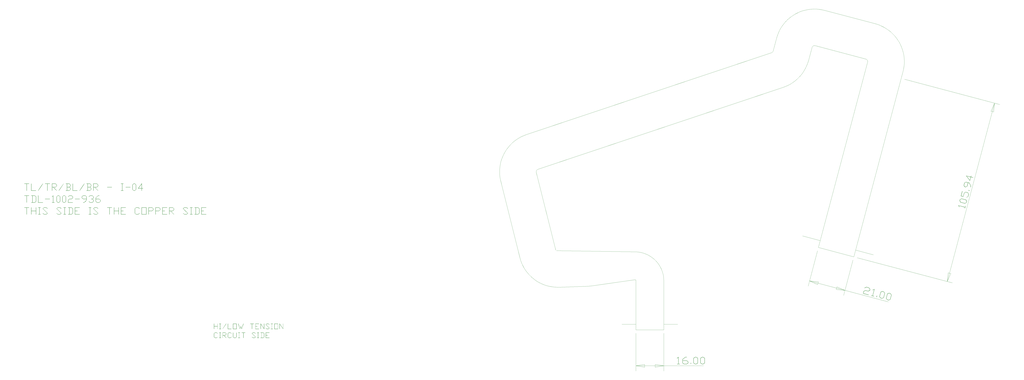
<source format=gbr>
G04 AutoGERB 2.0 for AutoCAD 14*
G04 RS274-X Output *
%FSLAX34Y34*%
%MOMM*%
%ADD12C,0.005000*%
%ADD13C,0.007000*%
G54D13*X-1961900Y1410871D02*X-1974644Y1410871D01*X-1974644Y1371731*X-1975524Y1371731*X-1975524Y1410871*X-1988269Y1410871*X-1988269Y1411731*X-1961900Y1411731*X-1961900Y1410871*G54D13*X-1922330Y1371328D02*X-1949128Y1371328D01*X-1949128Y1411301*X-1948241Y1411301*X-1948241Y1372181*X-1922330Y1372181*X-1922330Y1371328*G54D13*X-1882357Y1411083D02*X-1908753Y1371540D01*X-1909504Y1371963*X-1883135Y1411513*X-1882357Y1411083*G54D13*X-1843189Y1410871D02*X-1855934Y1410871D01*X-1855934Y1371731*X-1856814Y1371731*X-1856814Y1410871*X-1869558Y1410871*X-1869558Y1411731*X-1843189Y1411731*X-1843189Y1410871*G54D13*X-1803162Y1397936D02*X-1810032Y1391073D01*X-1822347Y1391073*X-1803299Y1372079*X-1803940Y1371438*X-1823548Y1391073*X-1829531Y1391073*X-1829531Y1371731*X-1830418Y1371731*X-1830418Y1411731*X-1810032Y1411731*X-1803162Y1404861*X-1803162Y1397936*G54D13*X-1804049Y1398284D02*X-1804049Y1404540D01*X-1810380Y1410865*X-1829531Y1410865*X-1829531Y1391953*X-1810380Y1391953*X-1804049Y1398284*G54D13*X-1763646Y1411083D02*X-1790043Y1371540D01*X-1790793Y1371963*X-1764424Y1411513*X-1763646Y1411083*G54D13*X-1724022Y1378165D02*X-1730892Y1371328D01*X-1750848Y1371328*X-1750848Y1372181*X-1744680Y1372181*X-1744680Y1410871*X-1750848Y1410871*X-1750848Y1411731*X-1730892Y1411731*X-1724022Y1404861*X-1724022Y1397936*X-1730462Y1391530*X-1724022Y1385089*X-1724022Y1378165*G54D13*X-1724909Y1398284D02*X-1724909Y1404540D01*X-1731240Y1410865*X-1743820Y1410865*X-1743820Y1391953*X-1731240Y1391953*X-1724909Y1398284*G54D13*X-1724909Y1378485D02*X-1724909Y1384769D01*X-1731240Y1391073*X-1743820Y1391073*X-1743820Y1372181*X-1731240Y1372181*X-1724909Y1378485*G54D13*X-1684909Y1371328D02*X-1711707Y1371328D01*X-1711707Y1411301*X-1710820Y1411301*X-1710820Y1372181*X-1684909Y1372181*X-1684909Y1371328*G54D13*X-1644936Y1411083D02*X-1671332Y1371540D01*X-1672082Y1371963*X-1645714Y1411513*X-1644936Y1411083*G54D13*X-1605311Y1378165D02*X-1612181Y1371328D01*X-1632137Y1371328*X-1632137Y1372181*X-1625970Y1372181*X-1625970Y1410871*X-1632137Y1410871*X-1632137Y1411731*X-1612181Y1411731*X-1605311Y1404861*X-1605311Y1397936*X-1611752Y1391530*X-1605311Y1385089*X-1605311Y1378165*G54D13*X-1606198Y1398284D02*X-1606198Y1404540D01*X-1612529Y1410865*X-1625110Y1410865*X-1625110Y1391953*X-1612529Y1391953*X-1606198Y1398284*G54D13*X-1606198Y1378485D02*X-1606198Y1384769D01*X-1612529Y1391073*X-1625110Y1391073*X-1625110Y1372181*X-1612529Y1372181*X-1606198Y1378485*G54D13*X-1565741Y1397936D02*X-1572611Y1391073D01*X-1584926Y1391073*X-1565877Y1372079*X-1566519Y1371438*X-1586126Y1391073*X-1592110Y1391073*X-1592110Y1371731*X-1592997Y1371731*X-1592997Y1411731*X-1572611Y1411731*X-1565741Y1404861*X-1565741Y1397936*G54D13*X-1566628Y1398284D02*X-1566628Y1404540D01*X-1572959Y1410865*X-1592110Y1410865*X-1592110Y1391953*X-1572959Y1391953*X-1566628Y1398284*G54D13*X-1487058Y1391073D02*X-1513426Y1391073D01*X-1513426Y1391960*X-1487058Y1391960*X-1487058Y1391073*G54D13*X-1421091Y1371328D02*X-1434286Y1371328D01*X-1434286Y1372181*X-1428119Y1372181*X-1428119Y1410871*X-1434286Y1410871*X-1434286Y1411731*X-1421091Y1411731*X-1421091Y1410871*X-1427259Y1410871*X-1427259Y1372181*X-1421091Y1372181*X-1421091Y1371328*G54D13*X-1381521Y1391073D02*X-1407890Y1391073D01*X-1407890Y1391960*X-1381521Y1391960*X-1381521Y1391073*G54D13*X-1348091Y1378165D02*X-1354962Y1371328D01*X-1361879Y1371328*X-1368750Y1378165*X-1368750Y1404861*X-1361879Y1411731*X-1354962Y1411731*X-1348091Y1404861*X-1348091Y1378165*G54D13*X-1348978Y1378485D02*X-1348978Y1404540D01*X-1355282Y1410865*X-1361559Y1410865*X-1367863Y1404540*X-1367863Y1378485*X-1361559Y1372181*X-1355282Y1372181*X-1348978Y1378485*G54D13*X-1308951Y1384496D02*X-1315091Y1384496D01*X-1315091Y1371731*X-1315978Y1371731*X-1315978Y1384496*X-1336207Y1384496*X-1315091Y1412618*X-1315091Y1385355*X-1308951Y1385355*X-1308951Y1384496*G54D13*X-1315978Y1385355D02*X-1315978Y1409984D01*X-1334433Y1385355*X-1315978Y1385355*G54D13*X-1961900Y1342654D02*X-1974644Y1342654D01*X-1974644Y1303513*X-1975524Y1303513*X-1975524Y1342654*X-1988269Y1342654*X-1988269Y1343513*X-1961900Y1343513*X-1961900Y1342654*G54D13*X-1921873Y1309947D02*X-1928743Y1303111D01*X-1948699Y1303111*X-1948699Y1303964*X-1942531Y1303964*X-1942531Y1342654*X-1948699Y1342654*X-1948699Y1343513*X-1928743Y1343513*X-1921873Y1336643*X-1921873Y1309947*G54D13*X-1922760Y1310268D02*X-1922760Y1336323D01*X-1929091Y1342647*X-1941671Y1342647*X-1941671Y1303964*X-1929091Y1303964*X-1922760Y1310268*G54D13*X-1882760Y1303111D02*X-1909558Y1303111D01*X-1909558Y1343084*X-1908671Y1343084*X-1908671Y1303964*X-1882760Y1303964*X-1882760Y1303111*G54D13*X-1843189Y1322855D02*X-1869558Y1322855D01*X-1869558Y1323742*X-1843189Y1323742*X-1843189Y1322855*G54D13*X-1816793Y1303111D02*X-1829988Y1303111D01*X-1829988Y1303964*X-1823820Y1303964*X-1823820Y1342033*X-1829667Y1336159*X-1830309Y1336800*X-1823575Y1343513*X-1822961Y1343513*X-1822961Y1303964*X-1816793Y1303964*X-1816793Y1303111*G54D13*X-1783363Y1309947D02*X-1790234Y1303111D01*X-1797152Y1303111*X-1804022Y1309947*X-1804022Y1336643*X-1797152Y1343513*X-1790234Y1343513*X-1783363Y1336643*X-1783363Y1309947*G54D13*X-1784250Y1310268D02*X-1784250Y1336323D01*X-1790554Y1342647*X-1796831Y1342647*X-1803135Y1336323*X-1803135Y1310268*X-1796831Y1303964*X-1790554Y1303964*X-1784250Y1310268*G54D13*X-1750363Y1309947D02*X-1757233Y1303111D01*X-1764151Y1303111*X-1771022Y1309947*X-1771022Y1336643*X-1764151Y1343513*X-1757233Y1343513*X-1750363Y1336643*X-1750363Y1309947*G54D13*X-1751250Y1310268D02*X-1751250Y1336323D01*X-1757554Y1342647*X-1763831Y1342647*X-1770135Y1336323*X-1770135Y1310268*X-1763831Y1303964*X-1757554Y1303964*X-1751250Y1310268*G54D13*X-1710766Y1329718D02*X-1717636Y1322855D01*X-1730831Y1322855*X-1737134Y1316551*X-1737134Y1303964*X-1711223Y1303964*X-1711223Y1303111*X-1738021Y1303111*X-1738021Y1316872*X-1731151Y1323735*X-1717984Y1323735*X-1711653Y1330066*X-1711653Y1336323*X-1717984Y1342654*X-1730831Y1342654*X-1737271Y1336159*X-1737912Y1336800*X-1731151Y1343513*X-1717636Y1343513*X-1710766Y1336643*X-1710766Y1329718*G54D13*X-1671653Y1322855D02*X-1698021Y1322855D01*X-1698021Y1323742*X-1671653Y1323742*X-1671653Y1322855*G54D13*X-1631625Y1316551D02*X-1645093Y1303111D01*X-1651854Y1303111*X-1651854Y1303964*X-1645414Y1303964*X-1632512Y1316872*X-1632512Y1322855*X-1652011Y1322855*X-1658881Y1329718*X-1658881Y1336643*X-1652011Y1343513*X-1638496Y1343513*X-1631625Y1336643*X-1631625Y1316551*G54D13*X-1632512Y1323735D02*X-1632512Y1336323D01*X-1638843Y1342647*X-1651690Y1342647*X-1657994Y1336323*X-1657994Y1330066*X-1651690Y1323735*X-1632512Y1323735*G54D13*X-1592055Y1309947D02*X-1598925Y1303111D01*X-1612441Y1303111*X-1619202Y1309790*X-1618560Y1310431*X-1612120Y1303964*X-1599273Y1303964*X-1592942Y1310268*X-1592942Y1316551*X-1599273Y1322855*X-1605686Y1322855*X-1605686Y1323735*X-1599273Y1323735*X-1592942Y1330066*X-1592942Y1336323*X-1599273Y1342654*X-1612120Y1342654*X-1618560Y1336159*X-1619202Y1336800*X-1612441Y1343513*X-1598925Y1343513*X-1592055Y1336643*X-1592055Y1329718*X-1598496Y1323312*X-1592055Y1316872*X-1592055Y1309947*G54D13*X-1552485Y1309947D02*X-1559355Y1303111D01*X-1572870Y1303111*X-1579741Y1309947*X-1579741Y1330066*X-1566273Y1343513*X-1559539Y1343513*X-1559539Y1342654*X-1565952Y1342654*X-1578854Y1329718*X-1578854Y1323735*X-1559355Y1323735*X-1552485Y1316872*X-1552485Y1309947*G54D13*X-1553372Y1310268D02*X-1553372Y1316551D01*X-1559703Y1322855*X-1578854Y1322855*X-1578854Y1310268*X-1572550Y1303964*X-1559703Y1303964*X-1553372Y1310268*G54D13*X-1961900Y1274436D02*X-1974644Y1274436D01*X-1974644Y1235296*X-1975524Y1235296*X-1975524Y1274436*X-1988269Y1274436*X-1988269Y1275296*X-1961900Y1275296*X-1961900Y1274436*G54D13*X-1921873Y1235296D02*X-1922760Y1235296D01*X-1922760Y1254637*X-1948241Y1254637*X-1948241Y1235296*X-1949128Y1235296*X-1949128Y1274866*X-1948241Y1274866*X-1948241Y1255517*X-1922760Y1255517*X-1922760Y1274866*X-1921873Y1274866*X-1921873Y1235296*G54D13*X-1895934Y1234893D02*X-1909128Y1234893D01*X-1909128Y1235746*X-1902961Y1235746*X-1902961Y1274436*X-1909128Y1274436*X-1909128Y1275296*X-1895934Y1275296*X-1895934Y1274436*X-1902101Y1274436*X-1902101Y1235746*X-1895934Y1235746*X-1895934Y1234893*G54D13*X-1855743Y1241893D02*X-1862777Y1234893D01*X-1876292Y1234893*X-1883053Y1241572*X-1882412Y1242214*X-1875971Y1235746*X-1863125Y1235746*X-1856950Y1241893*X-1883326Y1268262*X-1876292Y1275296*X-1862777Y1275296*X-1856043Y1268582*X-1856684Y1267941*X-1863125Y1274436*X-1875971Y1274436*X-1882118Y1268262*X-1855743Y1241893*G54D13*X-1776602Y1241893D02*X-1783636Y1234893D01*X-1797152Y1234893*X-1803913Y1241572*X-1803271Y1242214*X-1796831Y1235746*X-1783984Y1235746*X-1777810Y1241893*X-1804185Y1268262*X-1797152Y1275296*X-1783636Y1275296*X-1776903Y1268582*X-1777544Y1267941*X-1783984Y1274436*X-1796831Y1274436*X-1802978Y1268262*X-1776602Y1241893*G54D13*X-1750827Y1234893D02*X-1764022Y1234893D01*X-1764022Y1235746*X-1757854Y1235746*X-1757854Y1274436*X-1764022Y1274436*X-1764022Y1275296*X-1750827Y1275296*X-1750827Y1274436*X-1756995Y1274436*X-1756995Y1235746*X-1750827Y1235746*X-1750827Y1234893*G54D13*X-1710800Y1241729D02*X-1717670Y1234893D01*X-1737626Y1234893*X-1737626Y1235746*X-1731458Y1235746*X-1731458Y1274436*X-1737626Y1274436*X-1737626Y1275296*X-1717670Y1275296*X-1710800Y1268426*X-1710800Y1241729*G54D13*X-1711687Y1242050D02*X-1711687Y1268105D01*X-1718018Y1274429*X-1730599Y1274429*X-1730599Y1235746*X-1718018Y1235746*X-1711687Y1242050*G54D13*X-1671687Y1234893D02*X-1698485Y1234893D01*X-1698485Y1275296*X-1671687Y1275296*X-1671687Y1274436*X-1697598Y1274436*X-1697598Y1255517*X-1684861Y1255517*X-1684861Y1254637*X-1697598Y1254637*X-1697598Y1235746*X-1671687Y1235746*X-1671687Y1234893*G54D13*X-1605721Y1234893D02*X-1618915Y1234893D01*X-1618915Y1235746*X-1612748Y1235746*X-1612748Y1274436*X-1618915Y1274436*X-1618915Y1275296*X-1605721Y1275296*X-1605721Y1274436*X-1611888Y1274436*X-1611888Y1235746*X-1605721Y1235746*X-1605721Y1234893*G54D13*X-1565529Y1241893D02*X-1572563Y1234893D01*X-1586079Y1234893*X-1592840Y1241572*X-1592198Y1242214*X-1585758Y1235746*X-1572911Y1235746*X-1566737Y1241893*X-1593113Y1268262*X-1586079Y1275296*X-1572563Y1275296*X-1565830Y1268582*X-1566471Y1267941*X-1572911Y1274436*X-1585758Y1274436*X-1591905Y1268262*X-1565529Y1241893*G54D13*X-1487010Y1274436D02*X-1499754Y1274436D01*X-1499754Y1235296*X-1500634Y1235296*X-1500634Y1274436*X-1513379Y1274436*X-1513379Y1275296*X-1487010Y1275296*X-1487010Y1274436*G54D13*X-1446983Y1235296D02*X-1447870Y1235296D01*X-1447870Y1254637*X-1473351Y1254637*X-1473351Y1235296*X-1474238Y1235296*X-1474238Y1274866*X-1473351Y1274866*X-1473351Y1255517*X-1447870Y1255517*X-1447870Y1274866*X-1446983Y1274866*X-1446983Y1235296*G54D13*X-1407870Y1234893D02*X-1434668Y1234893D01*X-1434668Y1275296*X-1407870Y1275296*X-1407870Y1274436*X-1433781Y1274436*X-1433781Y1255517*X-1421044Y1255517*X-1421044Y1254637*X-1433781Y1254637*X-1433781Y1235746*X-1407870Y1235746*X-1407870Y1234893*G54D13*X-1328409Y1241572D02*X-1335142Y1234893D01*X-1348658Y1234893*X-1355528Y1241729*X-1355528Y1268426*X-1348658Y1275296*X-1335142Y1275296*X-1328409Y1268582*X-1329050Y1267941*X-1335490Y1274436*X-1348337Y1274436*X-1354641Y1268105*X-1354641Y1242050*X-1348337Y1235746*X-1335490Y1235746*X-1329050Y1242214*X-1328409Y1241572*G54D13*X-1288702Y1234893D02*X-1315958Y1234893D01*X-1315958Y1275296*X-1288702Y1275296*X-1288702Y1234893*G54D13*X-1289589Y1235746D02*X-1289589Y1274429D01*X-1315071Y1274429*X-1315071Y1235746*X-1289589Y1235746*G54D13*X-1249132Y1261501D02*X-1256002Y1254637D01*X-1275500Y1254637*X-1275500Y1235296*X-1276387Y1235296*X-1276387Y1275296*X-1256002Y1275296*X-1249132Y1268426*X-1249132Y1261501*G54D13*X-1250019Y1261849D02*X-1250019Y1268105D01*X-1256350Y1274429*X-1275500Y1274429*X-1275500Y1255517*X-1256350Y1255517*X-1250019Y1261849*G54D13*X-1209562Y1261501D02*X-1216432Y1254637D01*X-1235930Y1254637*X-1235930Y1235296*X-1236817Y1235296*X-1236817Y1275296*X-1216432Y1275296*X-1209562Y1268426*X-1209562Y1261501*G54D13*X-1210448Y1261849D02*X-1210448Y1268105D01*X-1216780Y1274429*X-1235930Y1274429*X-1235930Y1255517*X-1216780Y1255517*X-1210448Y1261849*G54D13*X-1170448Y1234893D02*X-1197247Y1234893D01*X-1197247Y1275296*X-1170448Y1275296*X-1170448Y1274436*X-1196360Y1274436*X-1196360Y1255517*X-1183623Y1255517*X-1183623Y1254637*X-1196360Y1254637*X-1196360Y1235746*X-1170448Y1235746*X-1170448Y1234893*G54D13*X-1130421Y1261501D02*X-1137291Y1254637D01*X-1149606Y1254637*X-1130558Y1235644*X-1131199Y1235002*X-1150807Y1254637*X-1156790Y1254637*X-1156790Y1235296*X-1157677Y1235296*X-1157677Y1275296*X-1137291Y1275296*X-1130421Y1268426*X-1130421Y1261501*G54D13*X-1131308Y1261849D02*X-1131308Y1268105D01*X-1137639Y1274429*X-1156790Y1274429*X-1156790Y1255517*X-1137639Y1255517*X-1131308Y1261849*G54D13*X-1051117Y1241893D02*X-1058151Y1234893D01*X-1071666Y1234893*X-1078427Y1241572*X-1077786Y1242214*X-1071346Y1235746*X-1058499Y1235746*X-1052325Y1241893*X-1078700Y1268262*X-1071666Y1275296*X-1058151Y1275296*X-1051417Y1268582*X-1052059Y1267941*X-1058499Y1274436*X-1071346Y1274436*X-1077493Y1268262*X-1051117Y1241893*G54D13*X-1025342Y1234893D02*X-1038536Y1234893D01*X-1038536Y1235746*X-1032369Y1235746*X-1032369Y1274436*X-1038536Y1274436*X-1038536Y1275296*X-1025342Y1275296*X-1025342Y1274436*X-1031509Y1274436*X-1031509Y1235746*X-1025342Y1235746*X-1025342Y1234893*G54D13*X-985315Y1241729D02*X-992185Y1234893D01*X-1012140Y1234893*X-1012140Y1235746*X-1005973Y1235746*X-1005973Y1274436*X-1012140Y1274436*X-1012140Y1275296*X-992185Y1275296*X-985315Y1268426*X-985315Y1241729*G54D13*X-986201Y1242050D02*X-986201Y1268105D01*X-992533Y1274429*X-1005113Y1274429*X-1005113Y1235746*X-992533Y1235746*X-986201Y1242050*G54D13*X-946201Y1234893D02*X-973000Y1234893D01*X-973000Y1275296*X-946201Y1275296*X-946201Y1274436*X-972113Y1274436*X-972113Y1255517*X-959376Y1255517*X-959376Y1254637*X-972113Y1254637*X-972113Y1235746*X-946201Y1235746*X-946201Y1234893*G54D13*X-880645Y577885D02*X-881310Y577885D01*X-881310Y592391*X-900421Y592391*X-900421Y577885*X-901086Y577885*X-901086Y607563*X-900421Y607563*X-900421Y593051*X-881310Y593051*X-881310Y607563*X-880645Y607563*X-880645Y577885*G54D13*X-861190Y577583D02*X-871086Y577583D01*X-871086Y578223*X-866461Y578223*X-866461Y607240*X-871086Y607240*X-871086Y607885*X-861190Y607885*X-861190Y607240*X-865816Y607240*X-865816Y578223*X-861190Y578223*X-861190Y577583*G54D13*X-831211Y607399D02*X-851008Y577742D01*X-851571Y578059*X-831794Y607721*X-831211Y607399*G54D13*X-801835Y577583D02*X-821934Y577583D01*X-821934Y607563*X-821269Y607563*X-821269Y578223*X-801835Y578223*X-801835Y577583*G54D13*X-771815Y577583D02*X-792256Y577583D01*X-792256Y607885*X-771815Y607885*X-771815Y577583*G54D13*X-772480Y578223D02*X-772480Y607235D01*X-791591Y607235*X-791591Y578223*X-772480Y578223*G54D13*X-732256Y607435D02*X-742137Y577885D01*X-742823Y577885*X-747428Y591685*X-752018Y577885*X-752698Y577885*X-762579Y607435*X-761914Y607680*X-752360Y578929*X-747428Y593757*X-742480Y578929*X-732922Y607680*X-732256Y607435*G54D13*X-673229Y607240D02*X-682787Y607240D01*X-682787Y577885*X-683447Y577885*X-683447Y607240*X-693005Y607240*X-693005Y607885*X-673229Y607885*X-673229Y607240*G54D13*X-643551Y577583D02*X-663650Y577583D01*X-663650Y607885*X-643551Y607885*X-643551Y607240*X-662985Y607240*X-662985Y593051*X-653432Y593051*X-653432Y592391*X-662985Y592391*X-662985Y578223*X-643551Y578223*X-643551Y577583*G54D13*X-613531Y577885D02*X-614237Y577885D01*X-633307Y606493*X-633307Y577885*X-633972Y577885*X-633972Y607542*X-633251Y607563*X-614196Y578970*X-614196Y607563*X-613531Y607563*X-613531Y577885*G54D13*X-583730Y582833D02*X-589006Y577583D01*X-599142Y577583*X-604213Y582592*X-603732Y583073*X-598901Y578223*X-589266Y578223*X-584636Y582833*X-604417Y602610*X-599142Y607885*X-589006Y607885*X-583955Y602850*X-584436Y602369*X-589266Y607240*X-598901Y607240*X-603512Y602610*X-583730Y582833*G54D13*X-564399Y577583D02*X-574295Y577583D01*X-574295Y578223*X-569669Y578223*X-569669Y607240*X-574295Y607240*X-574295Y607885*X-564399Y607885*X-564399Y607240*X-569024Y607240*X-569024Y578223*X-564399Y578223*X-564399Y577583*G54D13*X-534378Y577583D02*X-554820Y577583D01*X-554820Y607885*X-534378Y607885*X-534378Y577583*G54D13*X-535043Y578223D02*X-535043Y607235D01*X-554155Y607235*X-554155Y578223*X-535043Y578223*G54D13*X-504701Y577885D02*X-505407Y577885D01*X-524477Y606493*X-524477Y577885*X-525142Y577885*X-525142Y607542*X-524421Y607563*X-505366Y578970*X-505366Y607563*X-504701Y607563*X-504701Y577885*G54D13*X-880747Y531429D02*X-885797Y526420D01*X-895934Y526420*X-901086Y531547*X-901086Y551569*X-895934Y556722*X-885797Y556722*X-880747Y551687*X-881228Y551206*X-886058Y556077*X-895693Y556077*X-900421Y551329*X-900421Y531787*X-895693Y527059*X-886058Y527059*X-881228Y531910*X-880747Y531429*G54D13*X-861190Y526420D02*X-871086Y526420D01*X-871086Y527059*X-866461Y527059*X-866461Y556077*X-871086Y556077*X-871086Y556722*X-861190Y556722*X-861190Y556077*X-865816Y556077*X-865816Y527059*X-861190Y527059*X-861190Y526420*G54D13*X-831170Y546376D02*X-836323Y541228D01*X-845558Y541228*X-831272Y526983*X-831753Y526502*X-846459Y541228*X-850947Y541228*X-850947Y526722*X-851612Y526722*X-851612Y556722*X-836323Y556722*X-831170Y551569*X-831170Y546376*G54D13*X-831835Y546636D02*X-831835Y551329D01*X-836584Y556072*X-850947Y556072*X-850947Y541888*X-836584Y541888*X-831835Y546636*G54D13*X-801595Y531429D02*X-806645Y526420D01*X-816781Y526420*X-821934Y531547*X-821934Y551569*X-816781Y556722*X-806645Y556722*X-801595Y551687*X-802076Y551206*X-806906Y556077*X-816541Y556077*X-821269Y551329*X-821269Y531787*X-816541Y527059*X-806906Y527059*X-802076Y531910*X-801595Y531429*G54D13*X-771815Y531547D02*X-776967Y526420D01*X-787104Y526420*X-792256Y531547*X-792256Y556399*X-791591Y556399*X-791591Y531787*X-786863Y527059*X-777228Y527059*X-772480Y531787*X-772480Y556399*X-771815Y556399*X-771815Y531547*G54D13*X-752360Y526420D02*X-762256Y526420D01*X-762256Y527059*X-757631Y527059*X-757631Y556077*X-762256Y556077*X-762256Y556722*X-752360Y556722*X-752360Y556077*X-756986Y556077*X-756986Y527059*X-752360Y527059*X-752360Y526420*G54D13*X-722683Y556077D02*X-732241Y556077D01*X-732241Y526722*X-732901Y526722*X-732901Y556077*X-742459Y556077*X-742459Y556722*X-722683Y556722*X-722683Y556077*G54D13*X-662862Y531670D02*X-668137Y526420D01*X-678274Y526420*X-683345Y531429*X-682864Y531910*X-678033Y527059*X-668398Y527059*X-663768Y531670*X-683549Y551446*X-678274Y556722*X-668137Y556722*X-663087Y551687*X-663568Y551206*X-668398Y556077*X-678033Y556077*X-682644Y551446*X-662862Y531670*G54D13*X-643531Y526420D02*X-653426Y526420D01*X-653426Y527059*X-648801Y527059*X-648801Y556077*X-653426Y556077*X-653426Y556722*X-643531Y556722*X-643531Y556077*X-648156Y556077*X-648156Y527059*X-643531Y527059*X-643531Y526420*G54D13*X-613510Y531547D02*X-618663Y526420D01*X-633629Y526420*X-633629Y527059*X-629004Y527059*X-629004Y556077*X-633629Y556077*X-633629Y556722*X-618663Y556722*X-613510Y551569*X-613510Y531547*G54D13*X-614175Y531787D02*X-614175Y551329D01*X-618924Y556072*X-628359Y556072*X-628359Y527059*X-618924Y527059*X-614175Y531787*G54D13*X-584175Y526420D02*X-604274Y526420D01*X-604274Y556722*X-584175Y556722*X-584175Y556077*X-603609Y556077*X-603609Y541888*X-594056Y541888*X-594056Y541228*X-603609Y541228*X-603609Y527059*X-584175Y527059*X-584175Y526420*G54D12*X956870Y1493831D02*X2362773Y1964245D01*G54D12*X890235Y1692979D02*X2296138Y2163393D01*G54D12*X956870Y1493831D02*X955892Y1493466D01*X954942Y1493033*X954024Y1492536*X953144Y1491976*X952304Y1491356*X951510Y1490679*X950764Y1489948*X950071Y1489167*X949434Y1488340*X948856Y1487471*X948340Y1486564*X947889Y1485623*X947504Y1484653*X947187Y1483658*X946940Y1482644*X946764Y1481615*X946661Y1480576*X946629Y1479533*X946671Y1478490*X946785Y1477453*X946970Y1476425*X947077Y1475968*G54D12*X890235Y1692979D02*X875569Y1687497D01*X861320Y1681009*X847557Y1673546*X834345Y1665143*X821751Y1655842*X809833Y1645688*X798651Y1634729*X788258Y1623019*X778704Y1610615*X770036Y1597577*X762296Y1583967*X755521Y1569852*X749744Y1555300*X744993Y1540381*X741291Y1525168*X738656Y1509735*X737100Y1494155*X736632Y1478506*X737253Y1462861*X738961Y1447298*X741747Y1431891*X743347Y1425036*G54D12*X852823Y987134D02*X743347Y1425036D01*G54D13*X1770147Y375884D02*X1754314Y375884D01*X1754314Y376737*X1761715Y376737*X1761715Y414807*X1754699Y408932*X1753929Y409574*X1762009Y416287*X1762746Y416287*X1762746Y376737*X1770147Y376737*X1770147Y375884*G54D13*X1818180Y382721D02*X1809936Y375884D01*X1793717Y375884*X1785473Y382721*X1785473Y402840*X1801634Y416287*X1809715Y416287*X1809715Y415427*X1802019Y415427*X1786538Y402492*X1786538Y396509*X1809936Y396509*X1818180Y389645*X1818180Y382721*G54D13*X1817116Y383041D02*X1817116Y389325D01*X1809518Y395629*X1786538Y395629*X1786538Y383041*X1794102Y376737*X1809518Y376737*X1817116Y383041*G54D13*X1834022Y376287D02*X1832957Y376287D01*X1832957Y382884*X1834022Y382884*X1834022Y376287*G54D13*X1873589Y382721D02*X1865345Y375884D01*X1857043Y375884*X1848799Y382721*X1848799Y409417*X1857043Y416287*X1865345Y416287*X1873589Y409417*X1873589Y382721*G54D13*X1872525Y383041D02*X1872525Y409096D01*X1864960Y415421*X1857428Y415421*X1849863Y409096*X1849863Y383041*X1857428Y376737*X1864960Y376737*X1872525Y383041*G54D13*X1913189Y382721D02*X1904945Y375884D01*X1896644Y375884*X1888399Y382721*X1888399Y409417*X1896644Y416287*X1904945Y416287*X1913189Y409417*X1913189Y382721*G54D13*X1912125Y383041D02*X1912125Y409096D01*X1904560Y415421*X1897028Y415421*X1889464Y409096*X1889464Y383041*X1897028Y376737*X1904560Y376737*X1912125Y383041*G54D12*X1518291Y552532D02*X1518291Y336287D01*G54D12*X1678291Y552532D02*X1678291Y336287D01*G54D12*X1518291Y366287D02*X1598291Y366287D01*G54D12*X1678291Y366287D02*X1598291Y366287D01*G54D12*X1598291Y366287D02*X1906397Y366287D01*G54D12*X1568291Y358287D02*X1568291Y374287D01*X1518291Y366287*X1518291Y366287*X1568291Y358287*G54D12*X1628291Y374287D02*X1628291Y358287D01*X1678291Y366287*X1678291Y366287*X1628291Y374287*G54D12*X1512584Y859875D02*X1269376Y825131D01*G54D12*X1438291Y604532D02*X1518291Y604532D01*G54D12*X1063185Y1026845D02*X1515821Y1019906D01*G54D12*X1245884Y823024D02*X1079432Y816859D01*G54D12*X852823Y987134D02*X857146Y972086D01*X862506Y957375*X868875Y943073*X876224Y929248*X884517Y915967*X893713Y903296*X903768Y891294*X914633Y880021*X926256Y869531*X938580Y859875*X951546Y851098*X965091Y843245*X979150Y836353*X993653Y830456*X1008532Y825581*X1023713Y821752*X1039124Y818989*X1054690Y817304*X1070336Y816706*X1079432Y816859*G54D12*X1245884Y823024D02*X1261500Y824147D01*X1269376Y825131*G54D12*X1058411Y1030632D02*X947077Y1475968D01*G54D12*X1678291Y854925D02*X1677892Y866400D01*X1676695Y877819*X1674708Y889128*X1671938Y900270*X1668401Y911193*X1664112Y921844*X1659093Y932171*X1653368Y942123*X1646965Y951654*X1639915Y960716*X1632251Y969265*X1624011Y977261*X1615236Y984665*X1605966Y991441*X1596248Y997555*X1586128Y1002979*X1575656Y1007686*X1564881Y1011653*X1553857Y1014861*X1542636Y1017295*X1531273Y1018943*X1519823Y1019796*X1515821Y1019906*G54D12*X1678291Y572532D02*X1678291Y854925D01*G54D12*X1518291Y572532D02*X1518291Y854925D01*G54D12*X1518291Y572532D02*X1678291Y572532D01*G54D12*X1678291Y604532D02*X1758291Y604532D01*G54D12*X1518291Y854925D02*X1518279Y855273D01*X1518243Y855619*X1518183Y855962*X1518099Y856300*X1517992Y856631*X1517862Y856953*X1517710Y857266*X1517536Y857568*X1517342Y857857*X1517129Y858131*X1516896Y858390*X1516647Y858633*X1516381Y858857*X1516100Y859062*X1515805Y859248*X1515499Y859412*X1515181Y859555*X1514855Y859675*X1514521Y859772*X1514181Y859846*X1513836Y859896*X1513489Y859922*X1513141Y859923*X1512794Y859901*X1512584Y859875*G54D12*X3050124Y2054312D02*X2768292Y991675D01*G54D12*X2847142Y2108147D02*X2565309Y1045510D01*G54D13*X3408731Y1283052D02*X3405123Y1269448D01*X3404299Y1269667*X3405985Y1276026*X3369188Y1285785*X3373268Y1278251*X3372472Y1277754*X3367825Y1286418*X3367993Y1287051*X3406220Y1276912*X3407906Y1283270*X3408731Y1283052*G54D13*X3411264Y1319272D02*X3415994Y1310436D01*X3414102Y1303304*X3405615Y1297972*X3379812Y1304816*X3375050Y1313661*X3376942Y1320794*X3385461Y1326115*X3411264Y1319272*G54D13*X3410712Y1318439D02*X3385529Y1325119D01*X3377691Y1320241*X3375975Y1313770*X3380365Y1305648*X3405548Y1298969*X3413365Y1303853*X3415082Y1310324*X3410712Y1318439*G54D13*X3422092Y1360097D02*X3426822Y1351261D01*X3423126Y1337327*X3414820Y1332069*X3414376Y1332894*X3422389Y1337876*X3425902Y1351122*X3421540Y1359265*X3409089Y1362567*X3401266Y1357656*X3395787Y1336997*X3382196Y1340602*X3389523Y1368231*X3390355Y1368011*X3383269Y1341296*X3395172Y1338139*X3400504Y1358242*X3409022Y1363564*X3422092Y1360097*G54D13*X3431921Y1372059D02*X3431678Y1371145D01*X3425302Y1372836*X3425544Y1373751*X3431921Y1372059*G54D13*X3430139Y1416199D02*X3439448Y1398869D01*X3437599Y1391898*X3436775Y1392116*X3438536Y1398757*X3429587Y1415367*X3423803Y1416901*X3418471Y1396798*X3409959Y1391473*X3403265Y1393248*X3398504Y1402094*X3402200Y1416028*X3410718Y1421350*X3430139Y1416199*G54D13*X3422952Y1417126D02*X3410786Y1420353D01*X3402941Y1415447*X3399429Y1402202*X3403818Y1394081*X3409865Y1392477*X3417708Y1397354*X3422952Y1417126*G54D13*X3441098Y1456456D02*X3439419Y1450125D01*X3451757Y1446852*X3451515Y1445938*X3439176Y1449210*X3433645Y1428355*X3412237Y1457334*X3438589Y1450345*X3440268Y1456676*X3441098Y1456456*G54D13*X3438346Y1449431D02*X3414540Y1455745D01*X3433300Y1430404*X3438346Y1449431*G54D12*X3059201Y2010522D02*X3604294Y1865952D01*G54D12*X2787623Y986548D02*X3332716Y841978D01*G54D12*X3575297Y1873643D02*X3439507Y1361656D01*G54D12*X3303718Y849669D02*X3439507Y1361656D01*G54D12*X3554746Y1827365D02*X3570211Y1823263D01*X3575297Y1873643*X3575297Y1873643*X3554746Y1827365*G54D12*X3324269Y895947D02*X3308804Y900049D01*X3303718Y849669*X3303718Y849669*X3324269Y895947*G54D12*X2768292Y991675D02*X2565309Y1045510D01*G54D13*X2859887Y798647D02*X2850159Y794127D01*X2834854Y798186*X2825926Y794032*X2822699Y781865*X2852754Y773894*X2852535Y773070*X2821452Y781314*X2824980Y794614*X2834708Y799135*X2849981Y795084*X2858947Y799256*X2860551Y805303*X2854830Y813370*X2839930Y817322*X2830795Y813025*X2830215Y813843*X2839778Y818252*X2855455Y814094*X2861662Y805340*X2859887Y798647*G54D13*X2883153Y764949D02*X2867848Y769009D01*X2868066Y769833*X2875220Y767936*X2884980Y804733*X2876692Y800852*X2876112Y801670*X2885644Y806087*X2886357Y805899*X2876218Y767671*X2883371Y765774*X2883153Y764949*G54D13*X2899098Y761137D02*X2898069Y761410D01*X2899760Y767787*X2900789Y767514*X2899098Y761137*G54D13*X2938992Y757213D02*X2929271Y752718D01*X2921247Y754846*X2915031Y763568*X2921875Y789371*X2931604Y793898*X2939629Y791770*X2945836Y783017*X2938992Y757213*G54D13*X2938046Y757795D02*X2944725Y782979D01*X2939035Y791031*X2931754Y792962*X2922821Y788788*X2916141Y763605*X2921837Y755572*X2929118Y753641*X2938046Y757795*G54D13*X2977269Y747061D02*X2967548Y742566D01*X2959524Y744694*X2953308Y753416*X2960151Y779220*X2969882Y783746*X2977905Y781619*X2984113Y772865*X2977269Y747061*G54D13*X2976323Y747643D02*X2983002Y772828D01*X2977311Y780881*X2970031Y782811*X2961098Y778637*X2954419Y753453*X2960114Y745420*X2967394Y743489*X2976323Y747643*G54D12*X2763164Y972343D02*X2709509Y770036D01*G54D12*X2560182Y1026178D02*X2506526Y823871D01*G54D12*X2717199Y799034D02*X2615708Y825951D01*G54D12*X2615708Y825951D02*X2966491Y732917D01*G54D12*X2514217Y852869D02*X2615708Y825951D01*G54D12*X2670921Y819584D02*X2666819Y804119D01*X2717199Y799034*X2717199Y799034*X2670921Y819584*G54D12*X2560495Y832318D02*X2564597Y847784D01*X2514217Y852869*X2514217Y852869*X2560495Y832318*G54D12*X2575564Y1084173D02*X2474072Y1111091D01*G54D12*X2880037Y1003421D02*X2778546Y1030338D01*G54D12*X2600349Y2406380D02*X2585085Y2409865D01*X2569615Y2412280*X2554015Y2413613*X2538360Y2413858*X2522726Y2413014*X2507189Y2411084*X2491823Y2408079*X2476703Y2404012*X2461903Y2398904*X2447494Y2392779*X2433546Y2385667*X2420127Y2377601*X2407300Y2368623*X2395129Y2358773*X2383673Y2348102*X2372986Y2336659*X2363121Y2324501*X2354126Y2311686*X2346043Y2298277*X2338913Y2284338*X2332769Y2269937*X2327641Y2255144*X2325187Y2246580*G54D12*X2600349Y2406380D02*X2890323Y2329473D01*G54D12*X2546514Y2203398D02*X2836488Y2126491D01*G54D12*X2362773Y1964245D02*X2377439Y1969726D01*X2391688Y1976215*X2405451Y1983678*X2418663Y1992081*X2431257Y2001382*X2443175Y2011536*X2454357Y2022495*X2464750Y2034205*X2474304Y2046609*X2482972Y2059647*X2490712Y2073257*X2497487Y2087372*X2503264Y2101924*X2508015Y2116843*X2508860Y2119937*G54D12*X2305877Y2173772D02*X2325187Y2246580D01*G54D12*X2296138Y2163393D02*X2297116Y2163758D01*X2298066Y2164191*X2298984Y2164688*X2299864Y2165248*X2300704Y2165868*X2301498Y2166545*X2302244Y2167276*X2302937Y2168057*X2303574Y2168884*X2304152Y2169753*X2304668Y2170660*X2305119Y2171601*X2305504Y2172571*X2305821Y2173566*X2305877Y2173772*G54D12*X2508860Y2119937D02*X2528170Y2192745D01*G54D12*X2546514Y2203398D02*X2545496Y2203630D01*X2544465Y2203791*X2543425Y2203880*X2542381Y2203897*X2541339Y2203840*X2540303Y2203712*X2539279Y2203511*X2538271Y2203240*X2537284Y2202900*X2536323Y2202491*X2535394Y2202017*X2534499Y2201480*X2533644Y2200881*X2532832Y2200224*X2532069Y2199513*X2531356Y2198750*X2530699Y2197939*X2530099Y2197085*X2529560Y2196191*X2529085Y2195262*X2528675Y2194302*X2528333Y2193316*X2528170Y2192745*G54D12*X3050124Y2054312D02*X3053609Y2069576D01*X3056024Y2085046*X3057357Y2100646*X3057602Y2116301*X3056758Y2131935*X3054828Y2147472*X3051823Y2162838*X3047756Y2177957*X3042648Y2192757*X3036523Y2207166*X3029410Y2221115*X3021345Y2234534*X3012366Y2247361*X3002517Y2259532*X2991845Y2270988*X2980403Y2281675*X2968245Y2291540*X2955430Y2300535*X2942021Y2308618*X2928082Y2315748*X2913681Y2321892*X2898887Y2327020*X2890323Y2329473*G54D12*X2847142Y2108147D02*X2847374Y2109165D01*X2847535Y2110196*X2847624Y2111236*X2847640Y2112280*X2847584Y2113322*X2847455Y2114358*X2847255Y2115382*X2846984Y2116390*X2846643Y2117377*X2846235Y2118337*X2845761Y2119267*X2845223Y2120162*X2844625Y2121017*X2843968Y2121828*X2843257Y2122592*X2842494Y2123304*X2841683Y2123962*X2840829Y2124562*X2839935Y2125101*X2839006Y2125576*X2838046Y2125986*X2837059Y2126327*X2836488Y2126491*M02*
</source>
